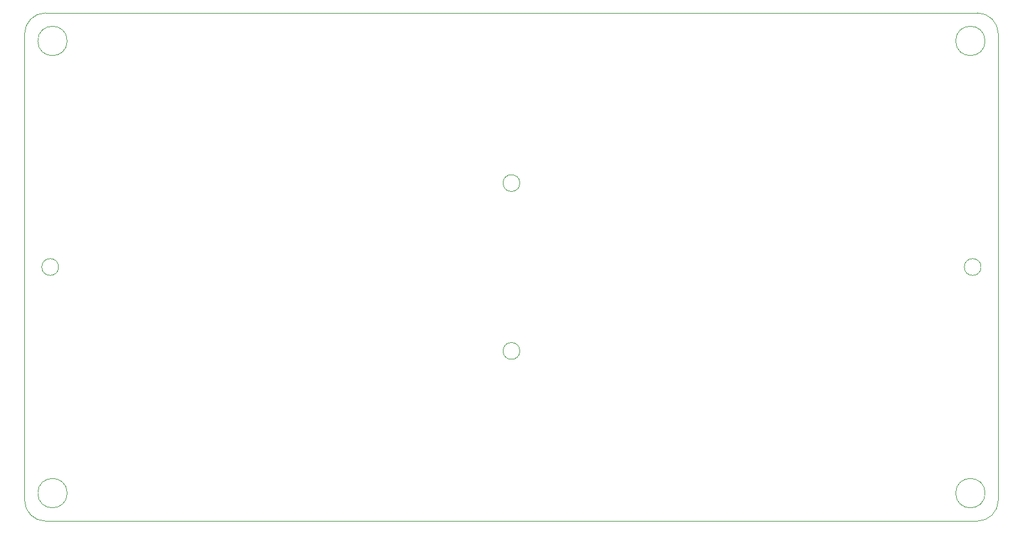
<source format=gm1>
G04 #@! TF.GenerationSoftware,KiCad,Pcbnew,(5.1.10)-1*
G04 #@! TF.CreationDate,2021-07-29T20:34:06+02:00*
G04 #@! TF.ProjectId,stab_tester,73746162-5f74-4657-9374-65722e6b6963,rev?*
G04 #@! TF.SameCoordinates,Original*
G04 #@! TF.FileFunction,Profile,NP*
%FSLAX46Y46*%
G04 Gerber Fmt 4.6, Leading zero omitted, Abs format (unit mm)*
G04 Created by KiCad (PCBNEW (5.1.10)-1) date 2021-07-29 20:34:06*
%MOMM*%
%LPD*%
G01*
G04 APERTURE LIST*
G04 #@! TA.AperFunction,Profile*
%ADD10C,0.050000*%
G04 #@! TD*
G04 APERTURE END LIST*
D10*
X43613000Y-105807001D02*
G75*
G03*
X43613000Y-105807001I-2100000J0D01*
G01*
X174963000Y-105807001D02*
G75*
G03*
X174963000Y-105807001I-2100000J0D01*
G01*
X174963000Y-41132001D02*
G75*
G03*
X174963000Y-41132001I-2100000J0D01*
G01*
X43613000Y-41132001D02*
G75*
G03*
X43613000Y-41132001I-2100000J0D01*
G01*
X173863000Y-109807001D02*
X40513000Y-109807000D01*
X42388000Y-73469501D02*
G75*
G03*
X42388000Y-73469501I-1200000J0D01*
G01*
X174388000Y-73469501D02*
G75*
G03*
X174388000Y-73469501I-1200000J0D01*
G01*
X108388000Y-85469501D02*
G75*
G03*
X108388000Y-85469501I-1200000J0D01*
G01*
X108388000Y-61469501D02*
G75*
G03*
X108388000Y-61469501I-1200000J0D01*
G01*
X40513000Y-109807000D02*
G75*
G02*
X37513001Y-106807001I0J2999999D01*
G01*
X37513001Y-106807001D02*
X37513000Y-40132001D01*
X37513000Y-40132001D02*
G75*
G02*
X40513000Y-37132001I3000000J0D01*
G01*
X176863001Y-106807000D02*
G75*
G02*
X173863000Y-109807001I-3000001J0D01*
G01*
X40513000Y-37132001D02*
X173863000Y-37132001D01*
X176863000Y-40132001D02*
X176863000Y-106807001D01*
X173863000Y-37132001D02*
G75*
G02*
X176863000Y-40132001I0J-3000000D01*
G01*
M02*

</source>
